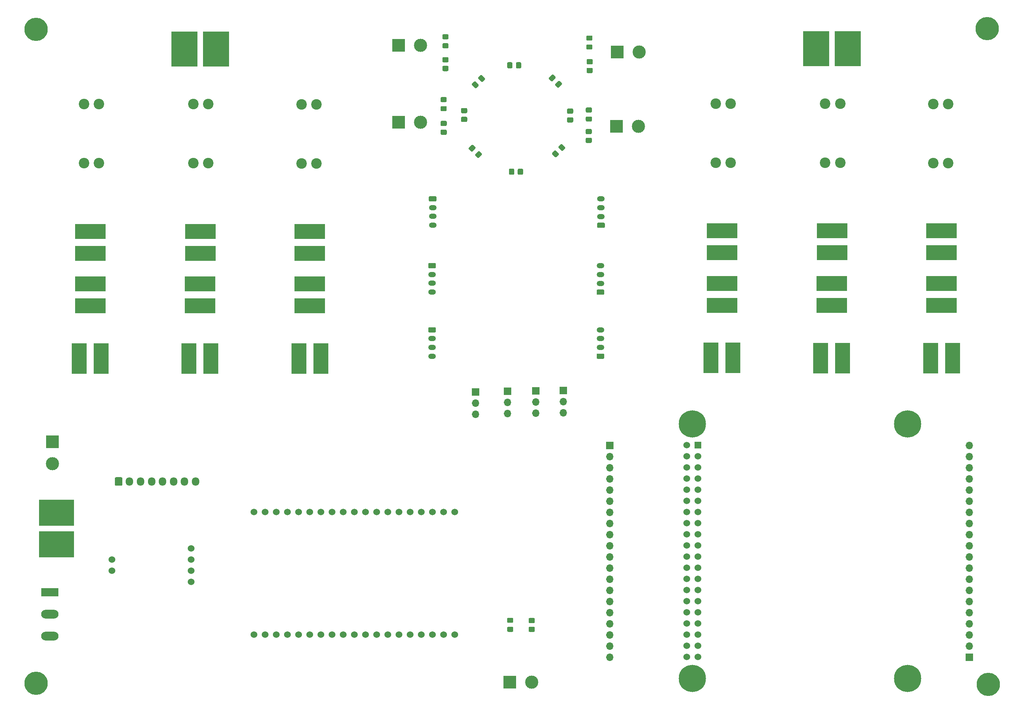
<source format=gbr>
G04 #@! TF.GenerationSoftware,KiCad,Pcbnew,(5.1.10)-1*
G04 #@! TF.CreationDate,2022-12-17T23:06:12+05:30*
G04 #@! TF.ProjectId,2023 control pcb,32303233-2063-46f6-9e74-726f6c207063,rev?*
G04 #@! TF.SameCoordinates,Original*
G04 #@! TF.FileFunction,Soldermask,Top*
G04 #@! TF.FilePolarity,Negative*
%FSLAX46Y46*%
G04 Gerber Fmt 4.6, Leading zero omitted, Abs format (unit mm)*
G04 Created by KiCad (PCBNEW (5.1.10)-1) date 2022-12-17 23:06:12*
%MOMM*%
%LPD*%
G01*
G04 APERTURE LIST*
%ADD10C,5.300000*%
%ADD11C,3.000000*%
%ADD12R,3.000000X3.000000*%
%ADD13O,3.960000X1.980000*%
%ADD14R,3.960000X1.980000*%
%ADD15C,1.524000*%
%ADD16O,1.700000X1.950000*%
%ADD17C,6.200000*%
%ADD18R,1.524000X1.524000*%
%ADD19O,1.700000X1.700000*%
%ADD20R,1.700000X1.700000*%
%ADD21R,7.000000X3.500000*%
%ADD22R,6.000000X8.000000*%
%ADD23C,2.400000*%
%ADD24O,1.750000X1.200000*%
%ADD25R,3.500000X7.000000*%
%ADD26R,8.000000X6.000000*%
G04 APERTURE END LIST*
D10*
G04 #@! TO.C,H5*
X310000000Y-219900000D03*
G04 #@! TD*
D11*
G04 #@! TO.C,J49*
X96940000Y-169570000D03*
D12*
X96940000Y-164570000D03*
G04 #@! TD*
D13*
G04 #@! TO.C,J47*
X96320000Y-208920000D03*
X96320000Y-203920000D03*
D14*
X96320000Y-198920000D03*
G04 #@! TD*
G04 #@! TO.C,R9*
G36*
G01*
X206499881Y-205945280D02*
X205599879Y-205945280D01*
G75*
G02*
X205349880Y-205695281I0J249999D01*
G01*
X205349880Y-204995279D01*
G75*
G02*
X205599879Y-204745280I249999J0D01*
G01*
X206499881Y-204745280D01*
G75*
G02*
X206749880Y-204995279I0J-249999D01*
G01*
X206749880Y-205695281D01*
G75*
G02*
X206499881Y-205945280I-249999J0D01*
G01*
G37*
G36*
G01*
X206499881Y-207945280D02*
X205599879Y-207945280D01*
G75*
G02*
X205349880Y-207695281I0J249999D01*
G01*
X205349880Y-206995279D01*
G75*
G02*
X205599879Y-206745280I249999J0D01*
G01*
X206499881Y-206745280D01*
G75*
G02*
X206749880Y-206995279I0J-249999D01*
G01*
X206749880Y-207695281D01*
G75*
G02*
X206499881Y-207945280I-249999J0D01*
G01*
G37*
G04 #@! TD*
G04 #@! TO.C,R8*
G36*
G01*
X219692641Y-78604920D02*
X218792639Y-78604920D01*
G75*
G02*
X218542640Y-78354921I0J249999D01*
G01*
X218542640Y-77654919D01*
G75*
G02*
X218792639Y-77404920I249999J0D01*
G01*
X219692641Y-77404920D01*
G75*
G02*
X219942640Y-77654919I0J-249999D01*
G01*
X219942640Y-78354921D01*
G75*
G02*
X219692641Y-78604920I-249999J0D01*
G01*
G37*
G36*
G01*
X219692641Y-80604920D02*
X218792639Y-80604920D01*
G75*
G02*
X218542640Y-80354921I0J249999D01*
G01*
X218542640Y-79654919D01*
G75*
G02*
X218792639Y-79404920I249999J0D01*
G01*
X219692641Y-79404920D01*
G75*
G02*
X219942640Y-79654919I0J-249999D01*
G01*
X219942640Y-80354921D01*
G75*
G02*
X219692641Y-80604920I-249999J0D01*
G01*
G37*
G04 #@! TD*
G04 #@! TO.C,R7*
G36*
G01*
X186454201Y-92669920D02*
X185554199Y-92669920D01*
G75*
G02*
X185304200Y-92419921I0J249999D01*
G01*
X185304200Y-91719919D01*
G75*
G02*
X185554199Y-91469920I249999J0D01*
G01*
X186454201Y-91469920D01*
G75*
G02*
X186704200Y-91719919I0J-249999D01*
G01*
X186704200Y-92419921D01*
G75*
G02*
X186454201Y-92669920I-249999J0D01*
G01*
G37*
G36*
G01*
X186454201Y-94669920D02*
X185554199Y-94669920D01*
G75*
G02*
X185304200Y-94419921I0J249999D01*
G01*
X185304200Y-93719919D01*
G75*
G02*
X185554199Y-93469920I249999J0D01*
G01*
X186454201Y-93469920D01*
G75*
G02*
X186704200Y-93719919I0J-249999D01*
G01*
X186704200Y-94419921D01*
G75*
G02*
X186454201Y-94669920I-249999J0D01*
G01*
G37*
G04 #@! TD*
G04 #@! TO.C,R6*
G36*
G01*
X186855521Y-78157120D02*
X185955519Y-78157120D01*
G75*
G02*
X185705520Y-77907121I0J249999D01*
G01*
X185705520Y-77207119D01*
G75*
G02*
X185955519Y-76957120I249999J0D01*
G01*
X186855521Y-76957120D01*
G75*
G02*
X187105520Y-77207119I0J-249999D01*
G01*
X187105520Y-77907121D01*
G75*
G02*
X186855521Y-78157120I-249999J0D01*
G01*
G37*
G36*
G01*
X186855521Y-80157120D02*
X185955519Y-80157120D01*
G75*
G02*
X185705520Y-79907121I0J249999D01*
G01*
X185705520Y-79207119D01*
G75*
G02*
X185955519Y-78957120I249999J0D01*
G01*
X186855521Y-78957120D01*
G75*
G02*
X187105520Y-79207119I0J-249999D01*
G01*
X187105520Y-79907121D01*
G75*
G02*
X186855521Y-80157120I-249999J0D01*
G01*
G37*
G04 #@! TD*
G04 #@! TO.C,R5*
G36*
G01*
X219479281Y-94524120D02*
X218579279Y-94524120D01*
G75*
G02*
X218329280Y-94274121I0J249999D01*
G01*
X218329280Y-93574119D01*
G75*
G02*
X218579279Y-93324120I249999J0D01*
G01*
X219479281Y-93324120D01*
G75*
G02*
X219729280Y-93574119I0J-249999D01*
G01*
X219729280Y-94274121D01*
G75*
G02*
X219479281Y-94524120I-249999J0D01*
G01*
G37*
G36*
G01*
X219479281Y-96524120D02*
X218579279Y-96524120D01*
G75*
G02*
X218329280Y-96274121I0J249999D01*
G01*
X218329280Y-95574119D01*
G75*
G02*
X218579279Y-95324120I249999J0D01*
G01*
X219479281Y-95324120D01*
G75*
G02*
X219729280Y-95574119I0J-249999D01*
G01*
X219729280Y-96274121D01*
G75*
G02*
X219479281Y-96524120I-249999J0D01*
G01*
G37*
G04 #@! TD*
G04 #@! TO.C,D9*
G36*
G01*
X201597681Y-205873040D02*
X200697679Y-205873040D01*
G75*
G02*
X200447680Y-205623041I0J249999D01*
G01*
X200447680Y-204973039D01*
G75*
G02*
X200697679Y-204723040I249999J0D01*
G01*
X201597681Y-204723040D01*
G75*
G02*
X201847680Y-204973039I0J-249999D01*
G01*
X201847680Y-205623041D01*
G75*
G02*
X201597681Y-205873040I-249999J0D01*
G01*
G37*
G36*
G01*
X201597681Y-207923040D02*
X200697679Y-207923040D01*
G75*
G02*
X200447680Y-207673041I0J249999D01*
G01*
X200447680Y-207023039D01*
G75*
G02*
X200697679Y-206773040I249999J0D01*
G01*
X201597681Y-206773040D01*
G75*
G02*
X201847680Y-207023039I0J-249999D01*
G01*
X201847680Y-207673041D01*
G75*
G02*
X201597681Y-207923040I-249999J0D01*
G01*
G37*
G04 #@! TD*
G04 #@! TO.C,D8*
G36*
G01*
X218731679Y-74080680D02*
X219631681Y-74080680D01*
G75*
G02*
X219881680Y-74330679I0J-249999D01*
G01*
X219881680Y-74980681D01*
G75*
G02*
X219631681Y-75230680I-249999J0D01*
G01*
X218731679Y-75230680D01*
G75*
G02*
X218481680Y-74980681I0J249999D01*
G01*
X218481680Y-74330679D01*
G75*
G02*
X218731679Y-74080680I249999J0D01*
G01*
G37*
G36*
G01*
X218731679Y-72030680D02*
X219631681Y-72030680D01*
G75*
G02*
X219881680Y-72280679I0J-249999D01*
G01*
X219881680Y-72930681D01*
G75*
G02*
X219631681Y-73180680I-249999J0D01*
G01*
X218731679Y-73180680D01*
G75*
G02*
X218481680Y-72930681I0J249999D01*
G01*
X218481680Y-72280679D01*
G75*
G02*
X218731679Y-72030680I249999J0D01*
G01*
G37*
G04 #@! TD*
G04 #@! TO.C,D7*
G36*
G01*
X185538959Y-88116720D02*
X186438961Y-88116720D01*
G75*
G02*
X186688960Y-88366719I0J-249999D01*
G01*
X186688960Y-89016721D01*
G75*
G02*
X186438961Y-89266720I-249999J0D01*
G01*
X185538959Y-89266720D01*
G75*
G02*
X185288960Y-89016721I0J249999D01*
G01*
X185288960Y-88366719D01*
G75*
G02*
X185538959Y-88116720I249999J0D01*
G01*
G37*
G36*
G01*
X185538959Y-86066720D02*
X186438961Y-86066720D01*
G75*
G02*
X186688960Y-86316719I0J-249999D01*
G01*
X186688960Y-86966721D01*
G75*
G02*
X186438961Y-87216720I-249999J0D01*
G01*
X185538959Y-87216720D01*
G75*
G02*
X185288960Y-86966721I0J249999D01*
G01*
X185288960Y-86316719D01*
G75*
G02*
X185538959Y-86066720I249999J0D01*
G01*
G37*
G04 #@! TD*
G04 #@! TO.C,D6*
G36*
G01*
X185955519Y-73798960D02*
X186855521Y-73798960D01*
G75*
G02*
X187105520Y-74048959I0J-249999D01*
G01*
X187105520Y-74698961D01*
G75*
G02*
X186855521Y-74948960I-249999J0D01*
G01*
X185955519Y-74948960D01*
G75*
G02*
X185705520Y-74698961I0J249999D01*
G01*
X185705520Y-74048959D01*
G75*
G02*
X185955519Y-73798960I249999J0D01*
G01*
G37*
G36*
G01*
X185955519Y-71748960D02*
X186855521Y-71748960D01*
G75*
G02*
X187105520Y-71998959I0J-249999D01*
G01*
X187105520Y-72648961D01*
G75*
G02*
X186855521Y-72898960I-249999J0D01*
G01*
X185955519Y-72898960D01*
G75*
G02*
X185705520Y-72648961I0J249999D01*
G01*
X185705520Y-71998959D01*
G75*
G02*
X185955519Y-71748960I249999J0D01*
G01*
G37*
G04 #@! TD*
G04 #@! TO.C,D5*
G36*
G01*
X218614839Y-90487920D02*
X219514841Y-90487920D01*
G75*
G02*
X219764840Y-90737919I0J-249999D01*
G01*
X219764840Y-91387921D01*
G75*
G02*
X219514841Y-91637920I-249999J0D01*
G01*
X218614839Y-91637920D01*
G75*
G02*
X218364840Y-91387921I0J249999D01*
G01*
X218364840Y-90737919D01*
G75*
G02*
X218614839Y-90487920I249999J0D01*
G01*
G37*
G36*
G01*
X218614839Y-88437920D02*
X219514841Y-88437920D01*
G75*
G02*
X219764840Y-88687919I0J-249999D01*
G01*
X219764840Y-89337921D01*
G75*
G02*
X219514841Y-89587920I-249999J0D01*
G01*
X218614839Y-89587920D01*
G75*
G02*
X218364840Y-89337921I0J249999D01*
G01*
X218364840Y-88687919D01*
G75*
G02*
X218614839Y-88437920I249999J0D01*
G01*
G37*
G04 #@! TD*
D15*
G04 #@! TO.C,U1*
X110439200Y-193984880D03*
X110439200Y-191444880D03*
X128473200Y-191444880D03*
X128473200Y-188904880D03*
X128473200Y-193984880D03*
X128473200Y-196524880D03*
G04 #@! TD*
D16*
G04 #@! TO.C,J48*
X129478440Y-173659800D03*
X126978440Y-173659800D03*
X124478440Y-173659800D03*
X121978440Y-173659800D03*
X119478440Y-173659800D03*
X116978440Y-173659800D03*
X114478440Y-173659800D03*
G36*
G01*
X111128440Y-174384800D02*
X111128440Y-172934800D01*
G75*
G02*
X111378440Y-172684800I250000J0D01*
G01*
X112578440Y-172684800D01*
G75*
G02*
X112828440Y-172934800I0J-250000D01*
G01*
X112828440Y-174384800D01*
G75*
G02*
X112578440Y-174634800I-250000J0D01*
G01*
X111378440Y-174634800D01*
G75*
G02*
X111128440Y-174384800I0J250000D01*
G01*
G37*
G04 #@! TD*
D11*
G04 #@! TO.C,J40*
X206041000Y-219425520D03*
D12*
X201041000Y-219425520D03*
G04 #@! TD*
D11*
G04 #@! TO.C,J46*
X230552000Y-75788520D03*
D12*
X225552000Y-75788520D03*
G04 #@! TD*
D11*
G04 #@! TO.C,J45*
X180712120Y-91821000D03*
D12*
X175712120Y-91821000D03*
G04 #@! TD*
D11*
G04 #@! TO.C,J44*
X180727360Y-74264520D03*
D12*
X175727360Y-74264520D03*
G04 #@! TD*
D11*
G04 #@! TO.C,J43*
X230369120Y-92735400D03*
D12*
X225369120Y-92735400D03*
G04 #@! TD*
D15*
G04 #@! TO.C,J39*
X142814040Y-180624480D03*
X145354040Y-180624480D03*
X147894040Y-180624480D03*
X150434040Y-180624480D03*
X152974040Y-180624480D03*
X155514040Y-180624480D03*
X158054040Y-180624480D03*
X160594040Y-180624480D03*
X163134040Y-180624480D03*
X165674040Y-180624480D03*
X168214040Y-180624480D03*
X170754040Y-180624480D03*
X173294040Y-180624480D03*
X175834040Y-180624480D03*
X178374040Y-180624480D03*
X180914040Y-180624480D03*
X183454040Y-180624480D03*
X185994040Y-180624480D03*
X188534040Y-180624480D03*
X188534040Y-208564480D03*
X185994040Y-208564480D03*
X183454040Y-208564480D03*
X180914040Y-208564480D03*
X145354040Y-208564480D03*
X178374040Y-208564480D03*
X175834040Y-208564480D03*
X173294040Y-208564480D03*
X170754040Y-208564480D03*
X168214040Y-208564480D03*
X165674040Y-208564480D03*
X163134040Y-208564480D03*
X160594040Y-208564480D03*
X158054040Y-208564480D03*
X155514040Y-208564480D03*
X152974040Y-208564480D03*
X150434040Y-208564480D03*
X147894040Y-208564480D03*
X142814040Y-208564480D03*
G04 #@! TD*
D17*
G04 #@! TO.C,J38*
X291630120Y-160525800D03*
X291630120Y-218525800D03*
X242630120Y-218525800D03*
X242630120Y-160525800D03*
D18*
X243900120Y-165395800D03*
D15*
X243900120Y-167935800D03*
X243900120Y-170475800D03*
X243900120Y-173015800D03*
X243900120Y-175555800D03*
X243900120Y-178095800D03*
X241360120Y-165395800D03*
X241360120Y-167935800D03*
X241360120Y-170475800D03*
X241360120Y-173015800D03*
X241360120Y-175555800D03*
X241360120Y-178095800D03*
X243900120Y-180635800D03*
X241360120Y-180635800D03*
X243900120Y-183175800D03*
X243900120Y-185715800D03*
X243900120Y-188255800D03*
X243900120Y-190795800D03*
X243900120Y-193335800D03*
X243900120Y-195875800D03*
X241360120Y-183175800D03*
X241360120Y-185715800D03*
X241360120Y-188255800D03*
X241360120Y-190795800D03*
X241360120Y-193335800D03*
X241360120Y-195875800D03*
X243900120Y-198415800D03*
X241360120Y-198415800D03*
X243900120Y-200955800D03*
X243900120Y-203495800D03*
X243900120Y-206035800D03*
X243900120Y-208575800D03*
X243900120Y-211115800D03*
X243900120Y-213655800D03*
X241360120Y-200955800D03*
X241360120Y-203495800D03*
X241360120Y-206035800D03*
X241360120Y-208575800D03*
X241360120Y-211115800D03*
X241360120Y-213655800D03*
G04 #@! TD*
D19*
G04 #@! TO.C,J42*
X305714400Y-165475920D03*
X305714400Y-168015920D03*
X305714400Y-170555920D03*
X305714400Y-173095920D03*
X305714400Y-175635920D03*
X305714400Y-178175920D03*
X305714400Y-180715920D03*
X305714400Y-183255920D03*
X305714400Y-185795920D03*
X305714400Y-188335920D03*
X305714400Y-190875920D03*
X305714400Y-193415920D03*
X305714400Y-195955920D03*
X305714400Y-198495920D03*
X305714400Y-201035920D03*
X305714400Y-203575920D03*
X305714400Y-206115920D03*
X305714400Y-208655920D03*
X305714400Y-211195920D03*
D20*
X305714400Y-213735920D03*
G04 #@! TD*
D19*
G04 #@! TO.C,J41*
X223829880Y-213710520D03*
X223829880Y-211170520D03*
X223829880Y-208630520D03*
X223829880Y-206090520D03*
X223829880Y-203550520D03*
X223829880Y-201010520D03*
X223829880Y-198470520D03*
X223829880Y-195930520D03*
X223829880Y-193390520D03*
X223829880Y-190850520D03*
X223829880Y-188310520D03*
X223829880Y-185770520D03*
X223829880Y-183230520D03*
X223829880Y-180690520D03*
X223829880Y-178150520D03*
X223829880Y-175610520D03*
X223829880Y-173070520D03*
X223829880Y-170530520D03*
X223829880Y-167990520D03*
D20*
X223829880Y-165450520D03*
G04 #@! TD*
D21*
G04 #@! TO.C,J27*
X299368000Y-116533000D03*
X299368000Y-121533000D03*
G04 #@! TD*
G04 #@! TO.C,D1*
G36*
G01*
X194549612Y-82547785D02*
X193913215Y-81911388D01*
G75*
G02*
X193913215Y-81557836I176776J176776D01*
G01*
X194372836Y-81098215D01*
G75*
G02*
X194726388Y-81098215I176776J-176776D01*
G01*
X195362785Y-81734612D01*
G75*
G02*
X195362785Y-82088164I-176776J-176776D01*
G01*
X194903164Y-82547785D01*
G75*
G02*
X194549612Y-82547785I-176776J176776D01*
G01*
G37*
G36*
G01*
X193100044Y-83997353D02*
X192463647Y-83360956D01*
G75*
G02*
X192463647Y-83007404I176776J176776D01*
G01*
X192923268Y-82547783D01*
G75*
G02*
X193276820Y-82547783I176776J-176776D01*
G01*
X193913217Y-83184180D01*
G75*
G02*
X193913217Y-83537732I-176776J-176776D01*
G01*
X193453596Y-83997353D01*
G75*
G02*
X193100044Y-83997353I-176776J176776D01*
G01*
G37*
G04 #@! TD*
G04 #@! TO.C,D2*
G36*
G01*
X212887569Y-83236172D02*
X212251172Y-83872569D01*
G75*
G02*
X211897620Y-83872569I-176776J176776D01*
G01*
X211437999Y-83412948D01*
G75*
G02*
X211437999Y-83059396I176776J176776D01*
G01*
X212074396Y-82422999D01*
G75*
G02*
X212427948Y-82422999I176776J-176776D01*
G01*
X212887569Y-82882620D01*
G75*
G02*
X212887569Y-83236172I-176776J-176776D01*
G01*
G37*
G36*
G01*
X211438001Y-81786604D02*
X210801604Y-82423001D01*
G75*
G02*
X210448052Y-82423001I-176776J176776D01*
G01*
X209988431Y-81963380D01*
G75*
G02*
X209988431Y-81609828I176776J176776D01*
G01*
X210624828Y-80973431D01*
G75*
G02*
X210978380Y-80973431I176776J-176776D01*
G01*
X211438001Y-81433052D01*
G75*
G02*
X211438001Y-81786604I-176776J-176776D01*
G01*
G37*
G04 #@! TD*
G04 #@! TO.C,D3*
G36*
G01*
X193198001Y-97801604D02*
X192561604Y-98438001D01*
G75*
G02*
X192208052Y-98438001I-176776J176776D01*
G01*
X191748431Y-97978380D01*
G75*
G02*
X191748431Y-97624828I176776J176776D01*
G01*
X192384828Y-96988431D01*
G75*
G02*
X192738380Y-96988431I176776J-176776D01*
G01*
X193198001Y-97448052D01*
G75*
G02*
X193198001Y-97801604I-176776J-176776D01*
G01*
G37*
G36*
G01*
X194647569Y-99251172D02*
X194011172Y-99887569D01*
G75*
G02*
X193657620Y-99887569I-176776J176776D01*
G01*
X193197999Y-99427948D01*
G75*
G02*
X193197999Y-99074396I176776J176776D01*
G01*
X193834396Y-98437999D01*
G75*
G02*
X194187948Y-98437999I176776J-176776D01*
G01*
X194647569Y-98897620D01*
G75*
G02*
X194647569Y-99251172I-176776J-176776D01*
G01*
G37*
G04 #@! TD*
G04 #@! TO.C,D4*
G36*
G01*
X211374828Y-99717569D02*
X210738431Y-99081172D01*
G75*
G02*
X210738431Y-98727620I176776J176776D01*
G01*
X211198052Y-98267999D01*
G75*
G02*
X211551604Y-98267999I176776J-176776D01*
G01*
X212188001Y-98904396D01*
G75*
G02*
X212188001Y-99257948I-176776J-176776D01*
G01*
X211728380Y-99717569D01*
G75*
G02*
X211374828Y-99717569I-176776J176776D01*
G01*
G37*
G36*
G01*
X212824396Y-98268001D02*
X212187999Y-97631604D01*
G75*
G02*
X212187999Y-97278052I176776J176776D01*
G01*
X212647620Y-96818431D01*
G75*
G02*
X213001172Y-96818431I176776J-176776D01*
G01*
X213637569Y-97454828D01*
G75*
G02*
X213637569Y-97808380I-176776J-176776D01*
G01*
X213177948Y-98268001D01*
G75*
G02*
X212824396Y-98268001I-176776J176776D01*
G01*
G37*
G04 #@! TD*
D10*
G04 #@! TO.C,H1*
X93218000Y-70612000D03*
G04 #@! TD*
G04 #@! TO.C,H3*
X309753000Y-70485000D03*
G04 #@! TD*
G04 #@! TO.C,H5*
X93178000Y-219683000D03*
G04 #@! TD*
D22*
G04 #@! TO.C,J1*
X134128000Y-75143000D03*
X126928000Y-75143000D03*
G04 #@! TD*
G04 #@! TO.C,J2*
X277978000Y-75033000D03*
X270778000Y-75033000D03*
G04 #@! TD*
D21*
G04 #@! TO.C,J3*
X105518000Y-116653000D03*
X105518000Y-121653000D03*
G04 #@! TD*
G04 #@! TO.C,J4*
X105518000Y-133653000D03*
X105518000Y-128653000D03*
G04 #@! TD*
G04 #@! TO.C,J5*
X249378000Y-116533000D03*
X249378000Y-121533000D03*
G04 #@! TD*
G04 #@! TO.C,J6*
X249378000Y-133513000D03*
X249378000Y-128513000D03*
G04 #@! TD*
D23*
G04 #@! TO.C,J7*
X107518000Y-101153000D03*
X104118000Y-101153000D03*
X104118000Y-87683000D03*
X107518000Y-87683000D03*
G04 #@! TD*
G04 #@! TO.C,J8*
X251378000Y-101053000D03*
X247978000Y-101053000D03*
X247978000Y-87583000D03*
X251378000Y-87583000D03*
G04 #@! TD*
G04 #@! TO.C,J9*
G36*
G01*
X182862999Y-108653000D02*
X184113001Y-108653000D01*
G75*
G02*
X184363000Y-108902999I0J-249999D01*
G01*
X184363000Y-109603001D01*
G75*
G02*
X184113001Y-109853000I-249999J0D01*
G01*
X182862999Y-109853000D01*
G75*
G02*
X182613000Y-109603001I0J249999D01*
G01*
X182613000Y-108902999D01*
G75*
G02*
X182862999Y-108653000I249999J0D01*
G01*
G37*
D24*
X183488000Y-111253000D03*
X183488000Y-113253000D03*
X183488000Y-115253000D03*
G04 #@! TD*
G04 #@! TO.C,J10*
X183368000Y-130483000D03*
X183368000Y-128483000D03*
X183368000Y-126483000D03*
G36*
G01*
X182742999Y-123883000D02*
X183993001Y-123883000D01*
G75*
G02*
X184243000Y-124132999I0J-249999D01*
G01*
X184243000Y-124833001D01*
G75*
G02*
X183993001Y-125083000I-249999J0D01*
G01*
X182742999Y-125083000D01*
G75*
G02*
X182493000Y-124833001I0J249999D01*
G01*
X182493000Y-124132999D01*
G75*
G02*
X182742999Y-123883000I249999J0D01*
G01*
G37*
G04 #@! TD*
G04 #@! TO.C,J11*
G36*
G01*
X182732999Y-138503000D02*
X183983001Y-138503000D01*
G75*
G02*
X184233000Y-138752999I0J-249999D01*
G01*
X184233000Y-139453001D01*
G75*
G02*
X183983001Y-139703000I-249999J0D01*
G01*
X182732999Y-139703000D01*
G75*
G02*
X182483000Y-139453001I0J249999D01*
G01*
X182483000Y-138752999D01*
G75*
G02*
X182732999Y-138503000I249999J0D01*
G01*
G37*
X183358000Y-141103000D03*
X183358000Y-143103000D03*
X183358000Y-145103000D03*
G04 #@! TD*
D25*
G04 #@! TO.C,J12*
X108018000Y-145673000D03*
X103018000Y-145673000D03*
G04 #@! TD*
G04 #@! TO.C,J13*
X251878000Y-145443000D03*
X246878000Y-145443000D03*
G04 #@! TD*
D21*
G04 #@! TO.C,J14*
X130618000Y-121653000D03*
X130618000Y-116653000D03*
G04 #@! TD*
G04 #@! TO.C,J15*
X130508000Y-128643000D03*
X130508000Y-133643000D03*
G04 #@! TD*
G04 #@! TO.C,J16*
X274458000Y-121533000D03*
X274458000Y-116533000D03*
G04 #@! TD*
G04 #@! TO.C,J17*
X274378000Y-133543000D03*
X274378000Y-128543000D03*
G04 #@! TD*
D23*
G04 #@! TO.C,J18*
X132408000Y-101153000D03*
X129008000Y-101153000D03*
X129008000Y-87683000D03*
X132408000Y-87683000D03*
G04 #@! TD*
G04 #@! TO.C,J19*
X276288000Y-87563000D03*
X272888000Y-87563000D03*
X272888000Y-101033000D03*
X276288000Y-101033000D03*
G04 #@! TD*
D25*
G04 #@! TO.C,J20*
X133018000Y-145653000D03*
X128018000Y-145653000D03*
G04 #@! TD*
G04 #@! TO.C,J21*
X271868000Y-145523000D03*
X276868000Y-145523000D03*
G04 #@! TD*
D24*
G04 #@! TO.C,J22*
X221818000Y-109273000D03*
X221818000Y-111273000D03*
X221818000Y-113273000D03*
G36*
G01*
X222443001Y-115873000D02*
X221192999Y-115873000D01*
G75*
G02*
X220943000Y-115623001I0J249999D01*
G01*
X220943000Y-114922999D01*
G75*
G02*
X221192999Y-114673000I249999J0D01*
G01*
X222443001Y-114673000D01*
G75*
G02*
X222693000Y-114922999I0J-249999D01*
G01*
X222693000Y-115623001D01*
G75*
G02*
X222443001Y-115873000I-249999J0D01*
G01*
G37*
G04 #@! TD*
G04 #@! TO.C,J23*
G36*
G01*
X222323001Y-131113000D02*
X221072999Y-131113000D01*
G75*
G02*
X220823000Y-130863001I0J249999D01*
G01*
X220823000Y-130162999D01*
G75*
G02*
X221072999Y-129913000I249999J0D01*
G01*
X222323001Y-129913000D01*
G75*
G02*
X222573000Y-130162999I0J-249999D01*
G01*
X222573000Y-130863001D01*
G75*
G02*
X222323001Y-131113000I-249999J0D01*
G01*
G37*
X221698000Y-128513000D03*
X221698000Y-126513000D03*
X221698000Y-124513000D03*
G04 #@! TD*
G04 #@! TO.C,J24*
X221698000Y-139113000D03*
X221698000Y-141113000D03*
X221698000Y-143113000D03*
G36*
G01*
X222323001Y-145713000D02*
X221072999Y-145713000D01*
G75*
G02*
X220823000Y-145463001I0J249999D01*
G01*
X220823000Y-144762999D01*
G75*
G02*
X221072999Y-144513000I249999J0D01*
G01*
X222323001Y-144513000D01*
G75*
G02*
X222573000Y-144762999I0J-249999D01*
G01*
X222573000Y-145463001D01*
G75*
G02*
X222323001Y-145713000I-249999J0D01*
G01*
G37*
G04 #@! TD*
D21*
G04 #@! TO.C,J25*
X155518000Y-121653000D03*
X155518000Y-116653000D03*
G04 #@! TD*
G04 #@! TO.C,J26*
X155518000Y-133653000D03*
X155518000Y-128653000D03*
G04 #@! TD*
G04 #@! TO.C,J28*
X299378000Y-128533000D03*
X299378000Y-133533000D03*
G04 #@! TD*
D23*
G04 #@! TO.C,J29*
X157028000Y-87733000D03*
X153628000Y-87733000D03*
X153628000Y-101203000D03*
X157028000Y-101203000D03*
G04 #@! TD*
G04 #@! TO.C,J30*
X300878000Y-87613000D03*
X297478000Y-87613000D03*
X297478000Y-101083000D03*
X300878000Y-101083000D03*
G04 #@! TD*
D25*
G04 #@! TO.C,J31*
X158018000Y-145653000D03*
X153018000Y-145653000D03*
G04 #@! TD*
G04 #@! TO.C,J32*
X296868000Y-145533000D03*
X301868000Y-145533000D03*
G04 #@! TD*
D19*
G04 #@! TO.C,J34*
X206978000Y-158113000D03*
X206978000Y-155573000D03*
D20*
X206978000Y-153033000D03*
G04 #@! TD*
G04 #@! TO.C,J35*
X200578000Y-153133000D03*
D19*
X200578000Y-155673000D03*
X200578000Y-158213000D03*
G04 #@! TD*
D20*
G04 #@! TO.C,J36*
X193228000Y-153233000D03*
D19*
X193228000Y-155773000D03*
X193228000Y-158313000D03*
G04 #@! TD*
G04 #@! TO.C,J37*
X213218000Y-158003000D03*
X213218000Y-155463000D03*
D20*
X213218000Y-152923000D03*
G04 #@! TD*
D26*
G04 #@! TO.C,J33*
X97870000Y-187950000D03*
X97870000Y-180750000D03*
G04 #@! TD*
G04 #@! TO.C,R1*
G36*
G01*
X201658000Y-78372999D02*
X201658000Y-79273001D01*
G75*
G02*
X201408001Y-79523000I-249999J0D01*
G01*
X200707999Y-79523000D01*
G75*
G02*
X200458000Y-79273001I0J249999D01*
G01*
X200458000Y-78372999D01*
G75*
G02*
X200707999Y-78123000I249999J0D01*
G01*
X201408001Y-78123000D01*
G75*
G02*
X201658000Y-78372999I0J-249999D01*
G01*
G37*
G36*
G01*
X203658000Y-78372999D02*
X203658000Y-79273001D01*
G75*
G02*
X203408001Y-79523000I-249999J0D01*
G01*
X202707999Y-79523000D01*
G75*
G02*
X202458000Y-79273001I0J249999D01*
G01*
X202458000Y-78372999D01*
G75*
G02*
X202707999Y-78123000I249999J0D01*
G01*
X203408001Y-78123000D01*
G75*
G02*
X203658000Y-78372999I0J-249999D01*
G01*
G37*
G04 #@! TD*
G04 #@! TO.C,R2*
G36*
G01*
X200868000Y-103513001D02*
X200868000Y-102612999D01*
G75*
G02*
X201117999Y-102363000I249999J0D01*
G01*
X201818001Y-102363000D01*
G75*
G02*
X202068000Y-102612999I0J-249999D01*
G01*
X202068000Y-103513001D01*
G75*
G02*
X201818001Y-103763000I-249999J0D01*
G01*
X201117999Y-103763000D01*
G75*
G02*
X200868000Y-103513001I0J249999D01*
G01*
G37*
G36*
G01*
X202868000Y-103513001D02*
X202868000Y-102612999D01*
G75*
G02*
X203117999Y-102363000I249999J0D01*
G01*
X203818001Y-102363000D01*
G75*
G02*
X204068000Y-102612999I0J-249999D01*
G01*
X204068000Y-103513001D01*
G75*
G02*
X203818001Y-103763000I-249999J0D01*
G01*
X203117999Y-103763000D01*
G75*
G02*
X202868000Y-103513001I0J249999D01*
G01*
G37*
G04 #@! TD*
G04 #@! TO.C,R3*
G36*
G01*
X191108001Y-89743000D02*
X190207999Y-89743000D01*
G75*
G02*
X189958000Y-89493001I0J249999D01*
G01*
X189958000Y-88792999D01*
G75*
G02*
X190207999Y-88543000I249999J0D01*
G01*
X191108001Y-88543000D01*
G75*
G02*
X191358000Y-88792999I0J-249999D01*
G01*
X191358000Y-89493001D01*
G75*
G02*
X191108001Y-89743000I-249999J0D01*
G01*
G37*
G36*
G01*
X191108001Y-91743000D02*
X190207999Y-91743000D01*
G75*
G02*
X189958000Y-91493001I0J249999D01*
G01*
X189958000Y-90792999D01*
G75*
G02*
X190207999Y-90543000I249999J0D01*
G01*
X191108001Y-90543000D01*
G75*
G02*
X191358000Y-90792999I0J-249999D01*
G01*
X191358000Y-91493001D01*
G75*
G02*
X191108001Y-91743000I-249999J0D01*
G01*
G37*
G04 #@! TD*
G04 #@! TO.C,R4*
G36*
G01*
X215248001Y-91863000D02*
X214347999Y-91863000D01*
G75*
G02*
X214098000Y-91613001I0J249999D01*
G01*
X214098000Y-90912999D01*
G75*
G02*
X214347999Y-90663000I249999J0D01*
G01*
X215248001Y-90663000D01*
G75*
G02*
X215498000Y-90912999I0J-249999D01*
G01*
X215498000Y-91613001D01*
G75*
G02*
X215248001Y-91863000I-249999J0D01*
G01*
G37*
G36*
G01*
X215248001Y-89863000D02*
X214347999Y-89863000D01*
G75*
G02*
X214098000Y-89613001I0J249999D01*
G01*
X214098000Y-88912999D01*
G75*
G02*
X214347999Y-88663000I249999J0D01*
G01*
X215248001Y-88663000D01*
G75*
G02*
X215498000Y-88912999I0J-249999D01*
G01*
X215498000Y-89613001D01*
G75*
G02*
X215248001Y-89863000I-249999J0D01*
G01*
G37*
G04 #@! TD*
M02*

</source>
